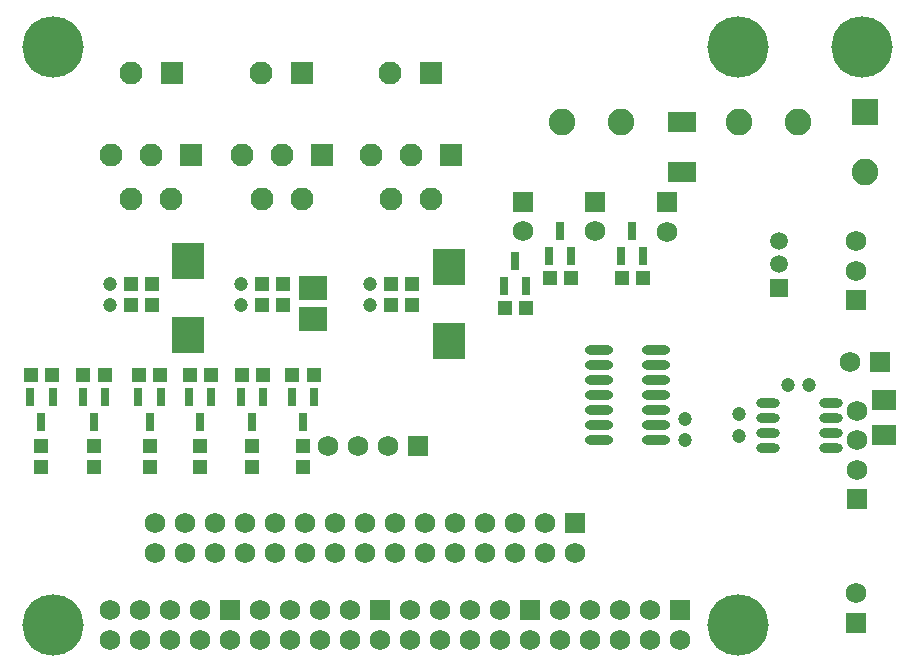
<source format=gbs>
%FSLAX25Y25*%
%MOIN*%
G70*
G01*
G75*
G04 Layer_Color=16711935*
%ADD10C,0.00787*%
%ADD11C,0.01575*%
%ADD12C,0.02756*%
%ADD13C,0.03150*%
%ADD14C,0.01969*%
%ADD15C,0.01181*%
%ADD16C,0.03937*%
%ADD17C,0.02362*%
%ADD18C,0.05906*%
%ADD19R,0.03937X0.03937*%
%ADD20O,0.08661X0.02362*%
%ADD21C,0.03937*%
%ADD22R,0.09449X0.06693*%
%ADD23R,0.15748X0.06299*%
%ADD24R,0.07874X0.05512*%
%ADD25R,0.05512X0.07874*%
%ADD26R,0.01181X0.02874*%
%ADD27R,0.02874X0.01181*%
%ADD28R,0.09843X0.09843*%
%ADD29C,0.05906*%
%ADD30R,0.05118X0.05118*%
%ADD31C,0.05118*%
%ADD32R,0.06890X0.06890*%
%ADD33C,0.06890*%
%ADD34C,0.06102*%
%ADD35R,0.06102X0.06102*%
%ADD36R,0.06102X0.06102*%
%ADD37R,0.06102X0.06000*%
%ADD38C,0.19685*%
%ADD39R,0.08071X0.08071*%
%ADD40C,0.08071*%
%ADD41C,0.02756*%
%ADD42C,0.02362*%
%ADD43R,0.10039X0.11614*%
%ADD44R,0.03937X0.03937*%
%ADD45R,0.08976X0.07480*%
%ADD46R,0.02362X0.05512*%
%ADD47R,0.08583X0.06378*%
%ADD48O,0.07008X0.02362*%
%ADD49R,0.07087X0.05906*%
%ADD50C,0.01000*%
%ADD51C,0.00984*%
%ADD52C,0.00591*%
%ADD53C,0.06693*%
%ADD54R,0.04724X0.04724*%
%ADD55O,0.09449X0.03150*%
%ADD56C,0.04724*%
%ADD57R,0.10236X0.07480*%
%ADD58R,0.16535X0.07087*%
%ADD59R,0.08661X0.06299*%
%ADD60R,0.06299X0.08661*%
%ADD61R,0.01969X0.03661*%
%ADD62R,0.03661X0.01969*%
%ADD63R,0.10630X0.10630*%
%ADD64R,0.05906X0.05906*%
%ADD65R,0.07677X0.07677*%
%ADD66C,0.07677*%
%ADD67R,0.06890X0.06890*%
%ADD68R,0.06890X0.06787*%
%ADD69C,0.20472*%
%ADD70R,0.08858X0.08858*%
%ADD71C,0.08858*%
%ADD72R,0.10827X0.12402*%
%ADD73R,0.04724X0.04724*%
%ADD74R,0.09764X0.08268*%
%ADD75R,0.03150X0.06299*%
%ADD76R,0.09370X0.07165*%
%ADD77O,0.07795X0.03150*%
%ADD78R,0.07874X0.06693*%
D18*
X256000Y139126D02*
D03*
Y147000D02*
D03*
D32*
X135500Y78500D02*
D03*
X188000Y53000D02*
D03*
X72953Y23779D02*
D03*
X122953D02*
D03*
X222953D02*
D03*
X289500Y106500D02*
D03*
D33*
X105500Y78500D02*
D03*
X115500D02*
D03*
X125500D02*
D03*
X281500Y146843D02*
D03*
Y137000D02*
D03*
X98000Y53000D02*
D03*
Y43000D02*
D03*
X108000Y53000D02*
D03*
Y43000D02*
D03*
X118000Y53000D02*
D03*
Y43000D02*
D03*
X188000D02*
D03*
X178000D02*
D03*
X168000D02*
D03*
X148000D02*
D03*
X158000D02*
D03*
Y53000D02*
D03*
X148000D02*
D03*
X168000D02*
D03*
X178000D02*
D03*
X138000D02*
D03*
Y43000D02*
D03*
X128000D02*
D03*
Y53000D02*
D03*
X88000D02*
D03*
Y43000D02*
D03*
X78000D02*
D03*
Y53000D02*
D03*
X68000Y43000D02*
D03*
Y53000D02*
D03*
X58000Y43000D02*
D03*
Y53000D02*
D03*
X48000Y43000D02*
D03*
Y53000D02*
D03*
X32953Y13780D02*
D03*
Y23779D02*
D03*
X42953Y13780D02*
D03*
Y23779D02*
D03*
X52953Y13780D02*
D03*
Y23779D02*
D03*
X62953Y13780D02*
D03*
Y23779D02*
D03*
X72953Y13780D02*
D03*
X82953Y23779D02*
D03*
Y13780D02*
D03*
X92953Y23779D02*
D03*
Y13780D02*
D03*
X102953Y23779D02*
D03*
Y13780D02*
D03*
X112953Y23779D02*
D03*
Y13780D02*
D03*
X122953D02*
D03*
X132953Y23779D02*
D03*
Y13780D02*
D03*
X142953Y23779D02*
D03*
Y13780D02*
D03*
X152953D02*
D03*
Y23779D02*
D03*
X162953Y13780D02*
D03*
Y23779D02*
D03*
X172953Y13780D02*
D03*
X182953D02*
D03*
Y23779D02*
D03*
X192953Y13780D02*
D03*
Y23779D02*
D03*
X202953Y13780D02*
D03*
X212953D02*
D03*
X202953Y23779D02*
D03*
X212953D02*
D03*
X222953Y13780D02*
D03*
X281500Y29500D02*
D03*
X282000Y90342D02*
D03*
Y80500D02*
D03*
Y70657D02*
D03*
X218500Y150000D02*
D03*
X194500Y150157D02*
D03*
X170500D02*
D03*
X279500Y106500D02*
D03*
D54*
X49665Y102209D02*
D03*
X42579D02*
D03*
X31161D02*
D03*
X24075D02*
D03*
X13595D02*
D03*
X6508D02*
D03*
X66524D02*
D03*
X59437D02*
D03*
X83846D02*
D03*
X76760D02*
D03*
X100776D02*
D03*
X93689D02*
D03*
X210543Y134500D02*
D03*
X203457D02*
D03*
X171543Y124500D02*
D03*
X164457D02*
D03*
X186543Y134500D02*
D03*
X179457D02*
D03*
D55*
X196051Y80500D02*
D03*
Y85500D02*
D03*
Y90500D02*
D03*
Y95500D02*
D03*
Y100500D02*
D03*
Y105500D02*
D03*
Y110500D02*
D03*
X214949Y80500D02*
D03*
Y85500D02*
D03*
Y90500D02*
D03*
Y95500D02*
D03*
Y100500D02*
D03*
Y105500D02*
D03*
Y110500D02*
D03*
D56*
X119500Y125457D02*
D03*
Y132543D02*
D03*
X76500Y125457D02*
D03*
Y132543D02*
D03*
X33000Y125457D02*
D03*
Y132543D02*
D03*
X258957Y99000D02*
D03*
X266043D02*
D03*
X242500Y81957D02*
D03*
Y89043D02*
D03*
X224500Y87543D02*
D03*
Y80457D02*
D03*
D64*
X256000Y131252D02*
D03*
D65*
X53583Y203000D02*
D03*
X60079Y175567D02*
D03*
X103579D02*
D03*
X146579D02*
D03*
X97083Y203031D02*
D03*
X140083D02*
D03*
D66*
X39803Y203000D02*
D03*
X33307Y175567D02*
D03*
X40000Y161000D02*
D03*
X46693Y175567D02*
D03*
X53386Y161000D02*
D03*
X76807Y175567D02*
D03*
X83500Y161000D02*
D03*
X90193Y175567D02*
D03*
X96886Y161000D02*
D03*
X119807Y175567D02*
D03*
X126500Y161000D02*
D03*
X133193Y175567D02*
D03*
X139886Y161000D02*
D03*
X83303Y203031D02*
D03*
X126303D02*
D03*
D67*
X281500Y127157D02*
D03*
Y19658D02*
D03*
X282000Y60815D02*
D03*
X218500Y159843D02*
D03*
X194500Y160000D02*
D03*
X170500D02*
D03*
D68*
X172953Y23779D02*
D03*
D69*
X13780Y18779D02*
D03*
Y211693D02*
D03*
X283465D02*
D03*
X242126Y18779D02*
D03*
Y211693D02*
D03*
D70*
X284500Y190000D02*
D03*
D71*
Y170000D02*
D03*
X262185Y186500D02*
D03*
X242500D02*
D03*
X183445D02*
D03*
X203130D02*
D03*
D72*
X146000Y113697D02*
D03*
Y138303D02*
D03*
X59000Y115697D02*
D03*
Y140303D02*
D03*
D73*
X126500Y132543D02*
D03*
Y125457D02*
D03*
X133500Y125457D02*
D03*
Y132543D02*
D03*
X83500Y132543D02*
D03*
Y125457D02*
D03*
X90500Y125457D02*
D03*
Y132543D02*
D03*
X40000Y132543D02*
D03*
Y125457D02*
D03*
X47000Y125457D02*
D03*
Y132543D02*
D03*
X80303Y78543D02*
D03*
Y71457D02*
D03*
X97232Y78543D02*
D03*
Y71457D02*
D03*
X62980Y78543D02*
D03*
Y71457D02*
D03*
X10051Y78543D02*
D03*
Y71457D02*
D03*
X46122Y78543D02*
D03*
Y71457D02*
D03*
X27618Y78543D02*
D03*
Y71457D02*
D03*
D74*
X100650Y120764D02*
D03*
Y131236D02*
D03*
D75*
X183000Y150043D02*
D03*
X179260Y141776D02*
D03*
X186740D02*
D03*
X207000Y150043D02*
D03*
X203260Y141776D02*
D03*
X210740D02*
D03*
X168000Y140043D02*
D03*
X164260Y131776D02*
D03*
X171740D02*
D03*
X27618Y86457D02*
D03*
X31358Y94724D02*
D03*
X23878D02*
D03*
X46122Y86457D02*
D03*
X49862Y94724D02*
D03*
X42382D02*
D03*
X10051Y86457D02*
D03*
X13791Y94724D02*
D03*
X6311D02*
D03*
X62980Y86457D02*
D03*
X66720Y94724D02*
D03*
X59240D02*
D03*
X80303Y86457D02*
D03*
X84043Y94724D02*
D03*
X76563D02*
D03*
X97232Y86457D02*
D03*
X100972Y94724D02*
D03*
X93492D02*
D03*
D76*
X223484Y169886D02*
D03*
Y186500D02*
D03*
D77*
X273410Y93000D02*
D03*
Y88000D02*
D03*
Y83000D02*
D03*
Y78000D02*
D03*
X252150Y93000D02*
D03*
Y88000D02*
D03*
Y83000D02*
D03*
Y78000D02*
D03*
D78*
X291000Y82291D02*
D03*
Y93709D02*
D03*
M02*

</source>
